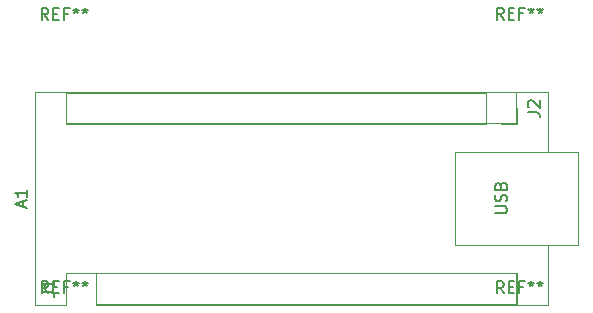
<source format=gbr>
%TF.GenerationSoftware,KiCad,Pcbnew,8.0.8*%
%TF.CreationDate,2025-01-27T11:14:47-08:00*%
%TF.ProjectId,nano-fan-5,6e616e6f-2d66-4616-9e2d-352e6b696361,rev?*%
%TF.SameCoordinates,Original*%
%TF.FileFunction,Legend,Top*%
%TF.FilePolarity,Positive*%
%FSLAX46Y46*%
G04 Gerber Fmt 4.6, Leading zero omitted, Abs format (unit mm)*
G04 Created by KiCad (PCBNEW 8.0.8) date 2025-01-27 11:14:47*
%MOMM*%
%LPD*%
G01*
G04 APERTURE LIST*
%ADD10C,0.150000*%
%ADD11C,0.120000*%
G04 APERTURE END LIST*
D10*
X99229104Y-82146685D02*
X99229104Y-81670495D01*
X99514819Y-82241923D02*
X98514819Y-81908590D01*
X98514819Y-81908590D02*
X99514819Y-81575257D01*
X99514819Y-80718114D02*
X99514819Y-81289542D01*
X99514819Y-81003828D02*
X98514819Y-81003828D01*
X98514819Y-81003828D02*
X98657676Y-81099066D01*
X98657676Y-81099066D02*
X98752914Y-81194304D01*
X98752914Y-81194304D02*
X98800533Y-81289542D01*
X139154819Y-82694304D02*
X139964342Y-82694304D01*
X139964342Y-82694304D02*
X140059580Y-82646685D01*
X140059580Y-82646685D02*
X140107200Y-82599066D01*
X140107200Y-82599066D02*
X140154819Y-82503828D01*
X140154819Y-82503828D02*
X140154819Y-82313352D01*
X140154819Y-82313352D02*
X140107200Y-82218114D01*
X140107200Y-82218114D02*
X140059580Y-82170495D01*
X140059580Y-82170495D02*
X139964342Y-82122876D01*
X139964342Y-82122876D02*
X139154819Y-82122876D01*
X140107200Y-81694304D02*
X140154819Y-81551447D01*
X140154819Y-81551447D02*
X140154819Y-81313352D01*
X140154819Y-81313352D02*
X140107200Y-81218114D01*
X140107200Y-81218114D02*
X140059580Y-81170495D01*
X140059580Y-81170495D02*
X139964342Y-81122876D01*
X139964342Y-81122876D02*
X139869104Y-81122876D01*
X139869104Y-81122876D02*
X139773866Y-81170495D01*
X139773866Y-81170495D02*
X139726247Y-81218114D01*
X139726247Y-81218114D02*
X139678628Y-81313352D01*
X139678628Y-81313352D02*
X139631009Y-81503828D01*
X139631009Y-81503828D02*
X139583390Y-81599066D01*
X139583390Y-81599066D02*
X139535771Y-81646685D01*
X139535771Y-81646685D02*
X139440533Y-81694304D01*
X139440533Y-81694304D02*
X139345295Y-81694304D01*
X139345295Y-81694304D02*
X139250057Y-81646685D01*
X139250057Y-81646685D02*
X139202438Y-81599066D01*
X139202438Y-81599066D02*
X139154819Y-81503828D01*
X139154819Y-81503828D02*
X139154819Y-81265733D01*
X139154819Y-81265733D02*
X139202438Y-81122876D01*
X139631009Y-80360971D02*
X139678628Y-80218114D01*
X139678628Y-80218114D02*
X139726247Y-80170495D01*
X139726247Y-80170495D02*
X139821485Y-80122876D01*
X139821485Y-80122876D02*
X139964342Y-80122876D01*
X139964342Y-80122876D02*
X140059580Y-80170495D01*
X140059580Y-80170495D02*
X140107200Y-80218114D01*
X140107200Y-80218114D02*
X140154819Y-80313352D01*
X140154819Y-80313352D02*
X140154819Y-80694304D01*
X140154819Y-80694304D02*
X139154819Y-80694304D01*
X139154819Y-80694304D02*
X139154819Y-80360971D01*
X139154819Y-80360971D02*
X139202438Y-80265733D01*
X139202438Y-80265733D02*
X139250057Y-80218114D01*
X139250057Y-80218114D02*
X139345295Y-80170495D01*
X139345295Y-80170495D02*
X139440533Y-80170495D01*
X139440533Y-80170495D02*
X139535771Y-80218114D01*
X139535771Y-80218114D02*
X139583390Y-80265733D01*
X139583390Y-80265733D02*
X139631009Y-80360971D01*
X139631009Y-80360971D02*
X139631009Y-80694304D01*
X141924819Y-74145733D02*
X142639104Y-74145733D01*
X142639104Y-74145733D02*
X142781961Y-74193352D01*
X142781961Y-74193352D02*
X142877200Y-74288590D01*
X142877200Y-74288590D02*
X142924819Y-74431447D01*
X142924819Y-74431447D02*
X142924819Y-74526685D01*
X142020057Y-73717161D02*
X141972438Y-73669542D01*
X141972438Y-73669542D02*
X141924819Y-73574304D01*
X141924819Y-73574304D02*
X141924819Y-73336209D01*
X141924819Y-73336209D02*
X141972438Y-73240971D01*
X141972438Y-73240971D02*
X142020057Y-73193352D01*
X142020057Y-73193352D02*
X142115295Y-73145733D01*
X142115295Y-73145733D02*
X142210533Y-73145733D01*
X142210533Y-73145733D02*
X142353390Y-73193352D01*
X142353390Y-73193352D02*
X142924819Y-73764780D01*
X142924819Y-73764780D02*
X142924819Y-73145733D01*
X139890666Y-89469619D02*
X139557333Y-88993428D01*
X139319238Y-89469619D02*
X139319238Y-88469619D01*
X139319238Y-88469619D02*
X139700190Y-88469619D01*
X139700190Y-88469619D02*
X139795428Y-88517238D01*
X139795428Y-88517238D02*
X139843047Y-88564857D01*
X139843047Y-88564857D02*
X139890666Y-88660095D01*
X139890666Y-88660095D02*
X139890666Y-88802952D01*
X139890666Y-88802952D02*
X139843047Y-88898190D01*
X139843047Y-88898190D02*
X139795428Y-88945809D01*
X139795428Y-88945809D02*
X139700190Y-88993428D01*
X139700190Y-88993428D02*
X139319238Y-88993428D01*
X140319238Y-88945809D02*
X140652571Y-88945809D01*
X140795428Y-89469619D02*
X140319238Y-89469619D01*
X140319238Y-89469619D02*
X140319238Y-88469619D01*
X140319238Y-88469619D02*
X140795428Y-88469619D01*
X141557333Y-88945809D02*
X141224000Y-88945809D01*
X141224000Y-89469619D02*
X141224000Y-88469619D01*
X141224000Y-88469619D02*
X141700190Y-88469619D01*
X142224000Y-88469619D02*
X142224000Y-88707714D01*
X141985905Y-88612476D02*
X142224000Y-88707714D01*
X142224000Y-88707714D02*
X142462095Y-88612476D01*
X142081143Y-88898190D02*
X142224000Y-88707714D01*
X142224000Y-88707714D02*
X142366857Y-88898190D01*
X142985905Y-88469619D02*
X142985905Y-88707714D01*
X142747810Y-88612476D02*
X142985905Y-88707714D01*
X142985905Y-88707714D02*
X143224000Y-88612476D01*
X142843048Y-88898190D02*
X142985905Y-88707714D01*
X142985905Y-88707714D02*
X143128762Y-88898190D01*
X139890666Y-66304819D02*
X139557333Y-65828628D01*
X139319238Y-66304819D02*
X139319238Y-65304819D01*
X139319238Y-65304819D02*
X139700190Y-65304819D01*
X139700190Y-65304819D02*
X139795428Y-65352438D01*
X139795428Y-65352438D02*
X139843047Y-65400057D01*
X139843047Y-65400057D02*
X139890666Y-65495295D01*
X139890666Y-65495295D02*
X139890666Y-65638152D01*
X139890666Y-65638152D02*
X139843047Y-65733390D01*
X139843047Y-65733390D02*
X139795428Y-65781009D01*
X139795428Y-65781009D02*
X139700190Y-65828628D01*
X139700190Y-65828628D02*
X139319238Y-65828628D01*
X140319238Y-65781009D02*
X140652571Y-65781009D01*
X140795428Y-66304819D02*
X140319238Y-66304819D01*
X140319238Y-66304819D02*
X140319238Y-65304819D01*
X140319238Y-65304819D02*
X140795428Y-65304819D01*
X141557333Y-65781009D02*
X141224000Y-65781009D01*
X141224000Y-66304819D02*
X141224000Y-65304819D01*
X141224000Y-65304819D02*
X141700190Y-65304819D01*
X142224000Y-65304819D02*
X142224000Y-65542914D01*
X141985905Y-65447676D02*
X142224000Y-65542914D01*
X142224000Y-65542914D02*
X142462095Y-65447676D01*
X142081143Y-65733390D02*
X142224000Y-65542914D01*
X142224000Y-65542914D02*
X142366857Y-65733390D01*
X142985905Y-65304819D02*
X142985905Y-65542914D01*
X142747810Y-65447676D02*
X142985905Y-65542914D01*
X142985905Y-65542914D02*
X143224000Y-65447676D01*
X142843048Y-65733390D02*
X142985905Y-65542914D01*
X142985905Y-65542914D02*
X143128762Y-65733390D01*
X100824819Y-89385733D02*
X101539104Y-89385733D01*
X101539104Y-89385733D02*
X101681961Y-89433352D01*
X101681961Y-89433352D02*
X101777200Y-89528590D01*
X101777200Y-89528590D02*
X101824819Y-89671447D01*
X101824819Y-89671447D02*
X101824819Y-89766685D01*
X101824819Y-88385733D02*
X101824819Y-88957161D01*
X101824819Y-88671447D02*
X100824819Y-88671447D01*
X100824819Y-88671447D02*
X100967676Y-88766685D01*
X100967676Y-88766685D02*
X101062914Y-88861923D01*
X101062914Y-88861923D02*
X101110533Y-88957161D01*
X101333466Y-89469619D02*
X101000133Y-88993428D01*
X100762038Y-89469619D02*
X100762038Y-88469619D01*
X100762038Y-88469619D02*
X101142990Y-88469619D01*
X101142990Y-88469619D02*
X101238228Y-88517238D01*
X101238228Y-88517238D02*
X101285847Y-88564857D01*
X101285847Y-88564857D02*
X101333466Y-88660095D01*
X101333466Y-88660095D02*
X101333466Y-88802952D01*
X101333466Y-88802952D02*
X101285847Y-88898190D01*
X101285847Y-88898190D02*
X101238228Y-88945809D01*
X101238228Y-88945809D02*
X101142990Y-88993428D01*
X101142990Y-88993428D02*
X100762038Y-88993428D01*
X101762038Y-88945809D02*
X102095371Y-88945809D01*
X102238228Y-89469619D02*
X101762038Y-89469619D01*
X101762038Y-89469619D02*
X101762038Y-88469619D01*
X101762038Y-88469619D02*
X102238228Y-88469619D01*
X103000133Y-88945809D02*
X102666800Y-88945809D01*
X102666800Y-89469619D02*
X102666800Y-88469619D01*
X102666800Y-88469619D02*
X103142990Y-88469619D01*
X103666800Y-88469619D02*
X103666800Y-88707714D01*
X103428705Y-88612476D02*
X103666800Y-88707714D01*
X103666800Y-88707714D02*
X103904895Y-88612476D01*
X103523943Y-88898190D02*
X103666800Y-88707714D01*
X103666800Y-88707714D02*
X103809657Y-88898190D01*
X104428705Y-88469619D02*
X104428705Y-88707714D01*
X104190610Y-88612476D02*
X104428705Y-88707714D01*
X104428705Y-88707714D02*
X104666800Y-88612476D01*
X104285848Y-88898190D02*
X104428705Y-88707714D01*
X104428705Y-88707714D02*
X104571562Y-88898190D01*
X101333466Y-66330219D02*
X101000133Y-65854028D01*
X100762038Y-66330219D02*
X100762038Y-65330219D01*
X100762038Y-65330219D02*
X101142990Y-65330219D01*
X101142990Y-65330219D02*
X101238228Y-65377838D01*
X101238228Y-65377838D02*
X101285847Y-65425457D01*
X101285847Y-65425457D02*
X101333466Y-65520695D01*
X101333466Y-65520695D02*
X101333466Y-65663552D01*
X101333466Y-65663552D02*
X101285847Y-65758790D01*
X101285847Y-65758790D02*
X101238228Y-65806409D01*
X101238228Y-65806409D02*
X101142990Y-65854028D01*
X101142990Y-65854028D02*
X100762038Y-65854028D01*
X101762038Y-65806409D02*
X102095371Y-65806409D01*
X102238228Y-66330219D02*
X101762038Y-66330219D01*
X101762038Y-66330219D02*
X101762038Y-65330219D01*
X101762038Y-65330219D02*
X102238228Y-65330219D01*
X103000133Y-65806409D02*
X102666800Y-65806409D01*
X102666800Y-66330219D02*
X102666800Y-65330219D01*
X102666800Y-65330219D02*
X103142990Y-65330219D01*
X103666800Y-65330219D02*
X103666800Y-65568314D01*
X103428705Y-65473076D02*
X103666800Y-65568314D01*
X103666800Y-65568314D02*
X103904895Y-65473076D01*
X103523943Y-65758790D02*
X103666800Y-65568314D01*
X103666800Y-65568314D02*
X103809657Y-65758790D01*
X104428705Y-65330219D02*
X104428705Y-65568314D01*
X104190610Y-65473076D02*
X104428705Y-65568314D01*
X104428705Y-65568314D02*
X104666800Y-65473076D01*
X104285848Y-65758790D02*
X104428705Y-65568314D01*
X104428705Y-65568314D02*
X104571562Y-65758790D01*
D11*
%TO.C,A1*%
X100200000Y-72412400D02*
X100200000Y-90452400D01*
X100200000Y-90452400D02*
X102870000Y-90452400D01*
X102870000Y-75082400D02*
X102870000Y-72412400D01*
X102870000Y-75082400D02*
X140970000Y-75082400D01*
X102870000Y-87782400D02*
X102870000Y-90452400D01*
X105410000Y-87782400D02*
X102870000Y-87782400D01*
X105410000Y-87782400D02*
X105410000Y-90452400D01*
X105410000Y-87782400D02*
X140970000Y-87782400D01*
X105410000Y-90452400D02*
X143640000Y-90452400D01*
X135760000Y-77492400D02*
X146180000Y-77492400D01*
X135760000Y-85372400D02*
X135760000Y-77492400D01*
X140970000Y-75082400D02*
X140970000Y-72412400D01*
X140970000Y-87782400D02*
X140970000Y-90452400D01*
X143640000Y-72412400D02*
X100200000Y-72412400D01*
X143640000Y-72412400D02*
X143640000Y-77492400D01*
X143640000Y-90452400D02*
X143640000Y-85372400D01*
X146180000Y-77492400D02*
X146180000Y-85372400D01*
X146180000Y-85372400D02*
X135760000Y-85372400D01*
%TO.C,J2*%
X102810000Y-72482400D02*
X102810000Y-75142400D01*
X138430000Y-72482400D02*
X102810000Y-72482400D01*
X138430000Y-72482400D02*
X138430000Y-75142400D01*
X138430000Y-75142400D02*
X102810000Y-75142400D01*
X141030000Y-73812400D02*
X141030000Y-75142400D01*
X141030000Y-75142400D02*
X139700000Y-75142400D01*
%TO.C,J1*%
X102810000Y-87722400D02*
X104140000Y-87722400D01*
X102810000Y-89052400D02*
X102810000Y-87722400D01*
X105410000Y-87722400D02*
X141030000Y-87722400D01*
X105410000Y-90382400D02*
X105410000Y-87722400D01*
X105410000Y-90382400D02*
X141030000Y-90382400D01*
X141030000Y-90382400D02*
X141030000Y-87722400D01*
%TD*%
M02*

</source>
